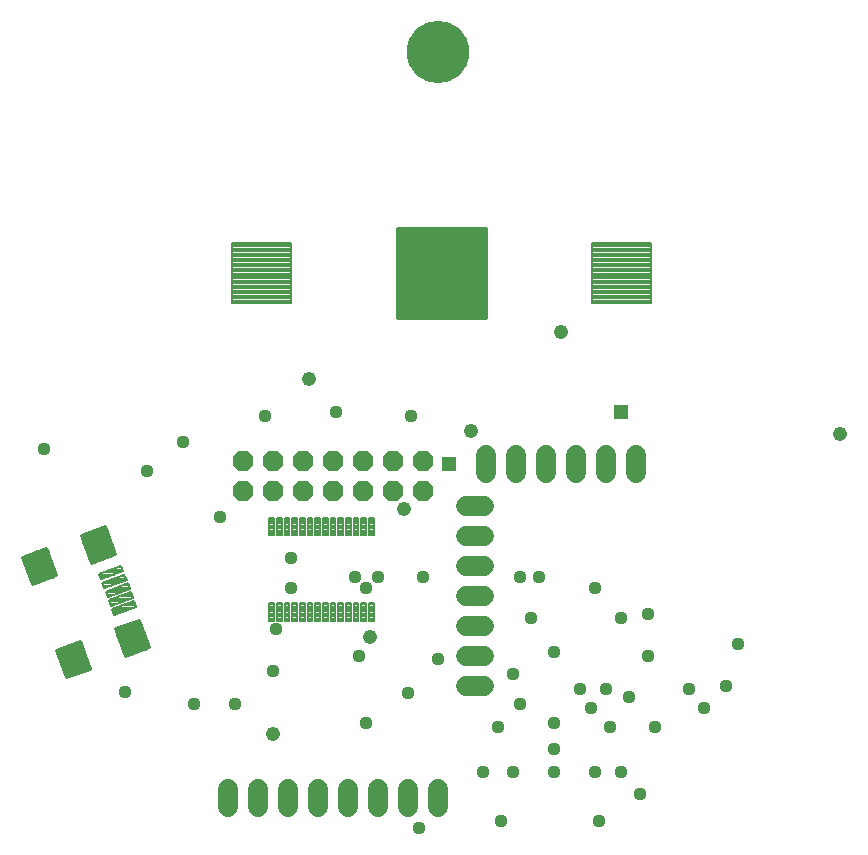
<source format=gbs>
G75*
G70*
%OFA0B0*%
%FSLAX24Y24*%
%IPPOS*%
%LPD*%
%AMOC8*
5,1,8,0,0,1.08239X$1,22.5*
%
%ADD10C,0.2080*%
%ADD11C,0.0680*%
%ADD12OC8,0.0680*%
%ADD13C,0.0081*%
%ADD14C,0.0085*%
%ADD15C,0.0080*%
%ADD16C,0.0083*%
%ADD17C,0.0092*%
%ADD18C,0.0437*%
%ADD19R,0.0476X0.0476*%
%ADD20C,0.0476*%
D10*
X015556Y028965D03*
D11*
X017181Y015515D02*
X017181Y014915D01*
X017106Y013840D02*
X016506Y013840D01*
X016506Y012840D02*
X017106Y012840D01*
X017106Y011840D02*
X016506Y011840D01*
X016506Y010840D02*
X017106Y010840D01*
X017106Y009840D02*
X016506Y009840D01*
X016506Y008840D02*
X017106Y008840D01*
X017106Y007840D02*
X016506Y007840D01*
X015556Y004390D02*
X015556Y003790D01*
X014556Y003790D02*
X014556Y004390D01*
X013556Y004390D02*
X013556Y003790D01*
X012556Y003790D02*
X012556Y004390D01*
X011556Y004390D02*
X011556Y003790D01*
X010556Y003790D02*
X010556Y004390D01*
X009556Y004390D02*
X009556Y003790D01*
X008556Y003790D02*
X008556Y004390D01*
X018181Y014915D02*
X018181Y015515D01*
X019181Y015515D02*
X019181Y014915D01*
X020181Y014915D02*
X020181Y015515D01*
X021181Y015515D02*
X021181Y014915D01*
X022181Y014915D02*
X022181Y015515D01*
D12*
X015056Y015340D03*
X015056Y014340D03*
X014056Y014340D03*
X013056Y014340D03*
X012056Y014340D03*
X011056Y014340D03*
X010056Y014340D03*
X009056Y014340D03*
X009056Y015340D03*
X010056Y015340D03*
X011056Y015340D03*
X012056Y015340D03*
X013056Y015340D03*
X014056Y015340D03*
D13*
X013422Y013438D02*
X013266Y013438D01*
X013422Y013438D02*
X013422Y012848D01*
X013266Y012848D01*
X013266Y013438D01*
X013266Y012928D02*
X013422Y012928D01*
X013422Y013008D02*
X013266Y013008D01*
X013266Y013088D02*
X013422Y013088D01*
X013422Y013168D02*
X013266Y013168D01*
X013266Y013248D02*
X013422Y013248D01*
X013422Y013328D02*
X013266Y013328D01*
X013266Y013408D02*
X013422Y013408D01*
X013166Y013438D02*
X013010Y013438D01*
X013166Y013438D02*
X013166Y012848D01*
X013010Y012848D01*
X013010Y013438D01*
X013010Y012928D02*
X013166Y012928D01*
X013166Y013008D02*
X013010Y013008D01*
X013010Y013088D02*
X013166Y013088D01*
X013166Y013168D02*
X013010Y013168D01*
X013010Y013248D02*
X013166Y013248D01*
X013166Y013328D02*
X013010Y013328D01*
X013010Y013408D02*
X013166Y013408D01*
X012910Y013438D02*
X012754Y013438D01*
X012910Y013438D02*
X012910Y012848D01*
X012754Y012848D01*
X012754Y013438D01*
X012754Y012928D02*
X012910Y012928D01*
X012910Y013008D02*
X012754Y013008D01*
X012754Y013088D02*
X012910Y013088D01*
X012910Y013168D02*
X012754Y013168D01*
X012754Y013248D02*
X012910Y013248D01*
X012910Y013328D02*
X012754Y013328D01*
X012754Y013408D02*
X012910Y013408D01*
X012654Y013438D02*
X012498Y013438D01*
X012654Y013438D02*
X012654Y012848D01*
X012498Y012848D01*
X012498Y013438D01*
X012498Y012928D02*
X012654Y012928D01*
X012654Y013008D02*
X012498Y013008D01*
X012498Y013088D02*
X012654Y013088D01*
X012654Y013168D02*
X012498Y013168D01*
X012498Y013248D02*
X012654Y013248D01*
X012654Y013328D02*
X012498Y013328D01*
X012498Y013408D02*
X012654Y013408D01*
X012399Y013438D02*
X012243Y013438D01*
X012399Y013438D02*
X012399Y012848D01*
X012243Y012848D01*
X012243Y013438D01*
X012243Y012928D02*
X012399Y012928D01*
X012399Y013008D02*
X012243Y013008D01*
X012243Y013088D02*
X012399Y013088D01*
X012399Y013168D02*
X012243Y013168D01*
X012243Y013248D02*
X012399Y013248D01*
X012399Y013328D02*
X012243Y013328D01*
X012243Y013408D02*
X012399Y013408D01*
X012143Y013438D02*
X011987Y013438D01*
X012143Y013438D02*
X012143Y012848D01*
X011987Y012848D01*
X011987Y013438D01*
X011987Y012928D02*
X012143Y012928D01*
X012143Y013008D02*
X011987Y013008D01*
X011987Y013088D02*
X012143Y013088D01*
X012143Y013168D02*
X011987Y013168D01*
X011987Y013248D02*
X012143Y013248D01*
X012143Y013328D02*
X011987Y013328D01*
X011987Y013408D02*
X012143Y013408D01*
X011887Y013438D02*
X011731Y013438D01*
X011887Y013438D02*
X011887Y012848D01*
X011731Y012848D01*
X011731Y013438D01*
X011731Y012928D02*
X011887Y012928D01*
X011887Y013008D02*
X011731Y013008D01*
X011731Y013088D02*
X011887Y013088D01*
X011887Y013168D02*
X011731Y013168D01*
X011731Y013248D02*
X011887Y013248D01*
X011887Y013328D02*
X011731Y013328D01*
X011731Y013408D02*
X011887Y013408D01*
X011631Y013438D02*
X011475Y013438D01*
X011631Y013438D02*
X011631Y012848D01*
X011475Y012848D01*
X011475Y013438D01*
X011475Y012928D02*
X011631Y012928D01*
X011631Y013008D02*
X011475Y013008D01*
X011475Y013088D02*
X011631Y013088D01*
X011631Y013168D02*
X011475Y013168D01*
X011475Y013248D02*
X011631Y013248D01*
X011631Y013328D02*
X011475Y013328D01*
X011475Y013408D02*
X011631Y013408D01*
X011375Y013438D02*
X011219Y013438D01*
X011375Y013438D02*
X011375Y012848D01*
X011219Y012848D01*
X011219Y013438D01*
X011219Y012928D02*
X011375Y012928D01*
X011375Y013008D02*
X011219Y013008D01*
X011219Y013088D02*
X011375Y013088D01*
X011375Y013168D02*
X011219Y013168D01*
X011219Y013248D02*
X011375Y013248D01*
X011375Y013328D02*
X011219Y013328D01*
X011219Y013408D02*
X011375Y013408D01*
X011119Y013438D02*
X010963Y013438D01*
X011119Y013438D02*
X011119Y012848D01*
X010963Y012848D01*
X010963Y013438D01*
X010963Y012928D02*
X011119Y012928D01*
X011119Y013008D02*
X010963Y013008D01*
X010963Y013088D02*
X011119Y013088D01*
X011119Y013168D02*
X010963Y013168D01*
X010963Y013248D02*
X011119Y013248D01*
X011119Y013328D02*
X010963Y013328D01*
X010963Y013408D02*
X011119Y013408D01*
X010863Y013438D02*
X010707Y013438D01*
X010863Y013438D02*
X010863Y012848D01*
X010707Y012848D01*
X010707Y013438D01*
X010707Y012928D02*
X010863Y012928D01*
X010863Y013008D02*
X010707Y013008D01*
X010707Y013088D02*
X010863Y013088D01*
X010863Y013168D02*
X010707Y013168D01*
X010707Y013248D02*
X010863Y013248D01*
X010863Y013328D02*
X010707Y013328D01*
X010707Y013408D02*
X010863Y013408D01*
X010607Y013438D02*
X010451Y013438D01*
X010607Y013438D02*
X010607Y012848D01*
X010451Y012848D01*
X010451Y013438D01*
X010451Y012928D02*
X010607Y012928D01*
X010607Y013008D02*
X010451Y013008D01*
X010451Y013088D02*
X010607Y013088D01*
X010607Y013168D02*
X010451Y013168D01*
X010451Y013248D02*
X010607Y013248D01*
X010607Y013328D02*
X010451Y013328D01*
X010451Y013408D02*
X010607Y013408D01*
X010351Y013438D02*
X010195Y013438D01*
X010351Y013438D02*
X010351Y012848D01*
X010195Y012848D01*
X010195Y013438D01*
X010195Y012928D02*
X010351Y012928D01*
X010351Y013008D02*
X010195Y013008D01*
X010195Y013088D02*
X010351Y013088D01*
X010351Y013168D02*
X010195Y013168D01*
X010195Y013248D02*
X010351Y013248D01*
X010351Y013328D02*
X010195Y013328D01*
X010195Y013408D02*
X010351Y013408D01*
X010095Y013438D02*
X009939Y013438D01*
X010095Y013438D02*
X010095Y012848D01*
X009939Y012848D01*
X009939Y013438D01*
X009939Y012928D02*
X010095Y012928D01*
X010095Y013008D02*
X009939Y013008D01*
X009939Y013088D02*
X010095Y013088D01*
X010095Y013168D02*
X009939Y013168D01*
X009939Y013248D02*
X010095Y013248D01*
X010095Y013328D02*
X009939Y013328D01*
X009939Y013408D02*
X010095Y013408D01*
X010095Y010583D02*
X009939Y010583D01*
X010095Y010583D02*
X010095Y009993D01*
X009939Y009993D01*
X009939Y010583D01*
X009939Y010073D02*
X010095Y010073D01*
X010095Y010153D02*
X009939Y010153D01*
X009939Y010233D02*
X010095Y010233D01*
X010095Y010313D02*
X009939Y010313D01*
X009939Y010393D02*
X010095Y010393D01*
X010095Y010473D02*
X009939Y010473D01*
X009939Y010553D02*
X010095Y010553D01*
X010195Y010583D02*
X010351Y010583D01*
X010351Y009993D01*
X010195Y009993D01*
X010195Y010583D01*
X010195Y010073D02*
X010351Y010073D01*
X010351Y010153D02*
X010195Y010153D01*
X010195Y010233D02*
X010351Y010233D01*
X010351Y010313D02*
X010195Y010313D01*
X010195Y010393D02*
X010351Y010393D01*
X010351Y010473D02*
X010195Y010473D01*
X010195Y010553D02*
X010351Y010553D01*
X010451Y010583D02*
X010607Y010583D01*
X010607Y009993D01*
X010451Y009993D01*
X010451Y010583D01*
X010451Y010073D02*
X010607Y010073D01*
X010607Y010153D02*
X010451Y010153D01*
X010451Y010233D02*
X010607Y010233D01*
X010607Y010313D02*
X010451Y010313D01*
X010451Y010393D02*
X010607Y010393D01*
X010607Y010473D02*
X010451Y010473D01*
X010451Y010553D02*
X010607Y010553D01*
X010707Y010583D02*
X010863Y010583D01*
X010863Y009993D01*
X010707Y009993D01*
X010707Y010583D01*
X010707Y010073D02*
X010863Y010073D01*
X010863Y010153D02*
X010707Y010153D01*
X010707Y010233D02*
X010863Y010233D01*
X010863Y010313D02*
X010707Y010313D01*
X010707Y010393D02*
X010863Y010393D01*
X010863Y010473D02*
X010707Y010473D01*
X010707Y010553D02*
X010863Y010553D01*
X010963Y010583D02*
X011119Y010583D01*
X011119Y009993D01*
X010963Y009993D01*
X010963Y010583D01*
X010963Y010073D02*
X011119Y010073D01*
X011119Y010153D02*
X010963Y010153D01*
X010963Y010233D02*
X011119Y010233D01*
X011119Y010313D02*
X010963Y010313D01*
X010963Y010393D02*
X011119Y010393D01*
X011119Y010473D02*
X010963Y010473D01*
X010963Y010553D02*
X011119Y010553D01*
X011219Y010583D02*
X011375Y010583D01*
X011375Y009993D01*
X011219Y009993D01*
X011219Y010583D01*
X011219Y010073D02*
X011375Y010073D01*
X011375Y010153D02*
X011219Y010153D01*
X011219Y010233D02*
X011375Y010233D01*
X011375Y010313D02*
X011219Y010313D01*
X011219Y010393D02*
X011375Y010393D01*
X011375Y010473D02*
X011219Y010473D01*
X011219Y010553D02*
X011375Y010553D01*
X011475Y010583D02*
X011631Y010583D01*
X011631Y009993D01*
X011475Y009993D01*
X011475Y010583D01*
X011475Y010073D02*
X011631Y010073D01*
X011631Y010153D02*
X011475Y010153D01*
X011475Y010233D02*
X011631Y010233D01*
X011631Y010313D02*
X011475Y010313D01*
X011475Y010393D02*
X011631Y010393D01*
X011631Y010473D02*
X011475Y010473D01*
X011475Y010553D02*
X011631Y010553D01*
X011731Y010583D02*
X011887Y010583D01*
X011887Y009993D01*
X011731Y009993D01*
X011731Y010583D01*
X011731Y010073D02*
X011887Y010073D01*
X011887Y010153D02*
X011731Y010153D01*
X011731Y010233D02*
X011887Y010233D01*
X011887Y010313D02*
X011731Y010313D01*
X011731Y010393D02*
X011887Y010393D01*
X011887Y010473D02*
X011731Y010473D01*
X011731Y010553D02*
X011887Y010553D01*
X011987Y010583D02*
X012143Y010583D01*
X012143Y009993D01*
X011987Y009993D01*
X011987Y010583D01*
X011987Y010073D02*
X012143Y010073D01*
X012143Y010153D02*
X011987Y010153D01*
X011987Y010233D02*
X012143Y010233D01*
X012143Y010313D02*
X011987Y010313D01*
X011987Y010393D02*
X012143Y010393D01*
X012143Y010473D02*
X011987Y010473D01*
X011987Y010553D02*
X012143Y010553D01*
X012243Y010583D02*
X012399Y010583D01*
X012399Y009993D01*
X012243Y009993D01*
X012243Y010583D01*
X012243Y010073D02*
X012399Y010073D01*
X012399Y010153D02*
X012243Y010153D01*
X012243Y010233D02*
X012399Y010233D01*
X012399Y010313D02*
X012243Y010313D01*
X012243Y010393D02*
X012399Y010393D01*
X012399Y010473D02*
X012243Y010473D01*
X012243Y010553D02*
X012399Y010553D01*
X012498Y010583D02*
X012654Y010583D01*
X012654Y009993D01*
X012498Y009993D01*
X012498Y010583D01*
X012498Y010073D02*
X012654Y010073D01*
X012654Y010153D02*
X012498Y010153D01*
X012498Y010233D02*
X012654Y010233D01*
X012654Y010313D02*
X012498Y010313D01*
X012498Y010393D02*
X012654Y010393D01*
X012654Y010473D02*
X012498Y010473D01*
X012498Y010553D02*
X012654Y010553D01*
X012754Y010583D02*
X012910Y010583D01*
X012910Y009993D01*
X012754Y009993D01*
X012754Y010583D01*
X012754Y010073D02*
X012910Y010073D01*
X012910Y010153D02*
X012754Y010153D01*
X012754Y010233D02*
X012910Y010233D01*
X012910Y010313D02*
X012754Y010313D01*
X012754Y010393D02*
X012910Y010393D01*
X012910Y010473D02*
X012754Y010473D01*
X012754Y010553D02*
X012910Y010553D01*
X013010Y010583D02*
X013166Y010583D01*
X013166Y009993D01*
X013010Y009993D01*
X013010Y010583D01*
X013010Y010073D02*
X013166Y010073D01*
X013166Y010153D02*
X013010Y010153D01*
X013010Y010233D02*
X013166Y010233D01*
X013166Y010313D02*
X013010Y010313D01*
X013010Y010393D02*
X013166Y010393D01*
X013166Y010473D02*
X013010Y010473D01*
X013010Y010553D02*
X013166Y010553D01*
X013266Y010583D02*
X013422Y010583D01*
X013422Y009993D01*
X013266Y009993D01*
X013266Y010583D01*
X013266Y010073D02*
X013422Y010073D01*
X013422Y010153D02*
X013266Y010153D01*
X013266Y010233D02*
X013422Y010233D01*
X013422Y010313D02*
X013266Y010313D01*
X013266Y010393D02*
X013422Y010393D01*
X013422Y010473D02*
X013266Y010473D01*
X013266Y010553D02*
X013422Y010553D01*
D14*
X005933Y009118D02*
X005124Y008824D01*
X004789Y009744D01*
X005598Y010038D01*
X005933Y009118D01*
X005355Y008908D02*
X005093Y008908D01*
X005063Y008992D02*
X005586Y008992D01*
X005817Y009076D02*
X005032Y009076D01*
X005002Y009160D02*
X005918Y009160D01*
X005887Y009244D02*
X004971Y009244D01*
X004940Y009328D02*
X005857Y009328D01*
X005826Y009412D02*
X004910Y009412D01*
X004879Y009496D02*
X005795Y009496D01*
X005765Y009580D02*
X004849Y009580D01*
X004818Y009664D02*
X005734Y009664D01*
X005704Y009748D02*
X004800Y009748D01*
X005031Y009832D02*
X005673Y009832D01*
X005642Y009916D02*
X005262Y009916D01*
X005493Y010000D02*
X005612Y010000D01*
X003972Y008404D02*
X003163Y008110D01*
X002828Y009030D01*
X003637Y009324D01*
X003972Y008404D01*
X003394Y008194D02*
X003132Y008194D01*
X003102Y008278D02*
X003625Y008278D01*
X003856Y008362D02*
X003071Y008362D01*
X003041Y008446D02*
X003957Y008446D01*
X003926Y008530D02*
X003010Y008530D01*
X002979Y008614D02*
X003896Y008614D01*
X003865Y008698D02*
X002949Y008698D01*
X002918Y008782D02*
X003834Y008782D01*
X003804Y008866D02*
X002888Y008866D01*
X002857Y008950D02*
X003773Y008950D01*
X003743Y009034D02*
X002839Y009034D01*
X003070Y009118D02*
X003712Y009118D01*
X003681Y009202D02*
X003301Y009202D01*
X003532Y009286D02*
X003651Y009286D01*
X002841Y011512D02*
X002032Y011218D01*
X001697Y012138D01*
X002506Y012432D01*
X002841Y011512D01*
X002263Y011302D02*
X002001Y011302D01*
X001971Y011386D02*
X002494Y011386D01*
X002725Y011470D02*
X001940Y011470D01*
X001910Y011554D02*
X002826Y011554D01*
X002795Y011638D02*
X001879Y011638D01*
X001848Y011722D02*
X002765Y011722D01*
X002734Y011806D02*
X001818Y011806D01*
X001787Y011890D02*
X002703Y011890D01*
X002673Y011974D02*
X001757Y011974D01*
X001726Y012058D02*
X002642Y012058D01*
X002612Y012142D02*
X001708Y012142D01*
X001939Y012226D02*
X002581Y012226D01*
X002550Y012310D02*
X002170Y012310D01*
X002401Y012394D02*
X002520Y012394D01*
X003993Y011932D02*
X004802Y012226D01*
X003993Y011932D02*
X003658Y012852D01*
X004467Y013146D01*
X004802Y012226D01*
X004224Y012016D02*
X003962Y012016D01*
X003932Y012100D02*
X004455Y012100D01*
X004686Y012184D02*
X003901Y012184D01*
X003871Y012268D02*
X004787Y012268D01*
X004756Y012352D02*
X003840Y012352D01*
X003809Y012436D02*
X004726Y012436D01*
X004695Y012520D02*
X003779Y012520D01*
X003748Y012604D02*
X004664Y012604D01*
X004634Y012688D02*
X003718Y012688D01*
X003687Y012772D02*
X004603Y012772D01*
X004573Y012856D02*
X003669Y012856D01*
X003900Y012940D02*
X004542Y012940D01*
X004511Y013024D02*
X004131Y013024D01*
X004362Y013108D02*
X004481Y013108D01*
D15*
X005075Y011652D02*
X004338Y011384D01*
X004271Y011568D01*
X005008Y011836D01*
X005075Y011652D01*
X004555Y011463D02*
X004309Y011463D01*
X004280Y011542D02*
X004772Y011542D01*
X004990Y011621D02*
X004417Y011621D01*
X004634Y011700D02*
X005058Y011700D01*
X005029Y011779D02*
X004851Y011779D01*
X005182Y011356D02*
X004445Y011088D01*
X004378Y011272D01*
X005115Y011540D01*
X005182Y011356D01*
X004662Y011167D02*
X004416Y011167D01*
X004387Y011246D02*
X004879Y011246D01*
X005097Y011325D02*
X004524Y011325D01*
X004741Y011404D02*
X005165Y011404D01*
X005136Y011483D02*
X004958Y011483D01*
X005290Y011060D02*
X004553Y010792D01*
X004486Y010976D01*
X005223Y011244D01*
X005290Y011060D01*
X004770Y010871D02*
X004524Y010871D01*
X004495Y010950D02*
X004987Y010950D01*
X005205Y011029D02*
X004632Y011029D01*
X004849Y011108D02*
X005273Y011108D01*
X005244Y011187D02*
X005066Y011187D01*
X005398Y010764D02*
X004661Y010496D01*
X004594Y010680D01*
X005331Y010948D01*
X005398Y010764D01*
X004878Y010575D02*
X004632Y010575D01*
X004603Y010654D02*
X005095Y010654D01*
X005313Y010733D02*
X004740Y010733D01*
X004957Y010812D02*
X005381Y010812D01*
X005352Y010891D02*
X005174Y010891D01*
X005506Y010468D02*
X004769Y010200D01*
X004702Y010384D01*
X005439Y010652D01*
X005506Y010468D01*
X004986Y010279D02*
X004740Y010279D01*
X004711Y010358D02*
X005203Y010358D01*
X005421Y010437D02*
X004848Y010437D01*
X005065Y010516D02*
X005489Y010516D01*
X005460Y010595D02*
X005282Y010595D01*
D16*
X008682Y022589D02*
X010680Y022589D01*
X010680Y020591D01*
X008682Y020591D01*
X008682Y022589D01*
X008682Y020673D02*
X010680Y020673D01*
X010680Y020755D02*
X008682Y020755D01*
X008682Y020837D02*
X010680Y020837D01*
X010680Y020919D02*
X008682Y020919D01*
X008682Y021001D02*
X010680Y021001D01*
X010680Y021083D02*
X008682Y021083D01*
X008682Y021165D02*
X010680Y021165D01*
X010680Y021247D02*
X008682Y021247D01*
X008682Y021329D02*
X010680Y021329D01*
X010680Y021411D02*
X008682Y021411D01*
X008682Y021493D02*
X010680Y021493D01*
X010680Y021575D02*
X008682Y021575D01*
X008682Y021657D02*
X010680Y021657D01*
X010680Y021739D02*
X008682Y021739D01*
X008682Y021821D02*
X010680Y021821D01*
X010680Y021903D02*
X008682Y021903D01*
X008682Y021985D02*
X010680Y021985D01*
X010680Y022067D02*
X008682Y022067D01*
X008682Y022149D02*
X010680Y022149D01*
X010680Y022231D02*
X008682Y022231D01*
X008682Y022313D02*
X010680Y022313D01*
X010680Y022395D02*
X008682Y022395D01*
X008682Y022477D02*
X010680Y022477D01*
X010680Y022559D02*
X008682Y022559D01*
X020682Y022589D02*
X022680Y022589D01*
X022680Y020591D01*
X020682Y020591D01*
X020682Y022589D01*
X020682Y020673D02*
X022680Y020673D01*
X022680Y020755D02*
X020682Y020755D01*
X020682Y020837D02*
X022680Y020837D01*
X022680Y020919D02*
X020682Y020919D01*
X020682Y021001D02*
X022680Y021001D01*
X022680Y021083D02*
X020682Y021083D01*
X020682Y021165D02*
X022680Y021165D01*
X022680Y021247D02*
X020682Y021247D01*
X020682Y021329D02*
X022680Y021329D01*
X022680Y021411D02*
X020682Y021411D01*
X020682Y021493D02*
X022680Y021493D01*
X022680Y021575D02*
X020682Y021575D01*
X020682Y021657D02*
X022680Y021657D01*
X022680Y021739D02*
X020682Y021739D01*
X020682Y021821D02*
X022680Y021821D01*
X022680Y021903D02*
X020682Y021903D01*
X020682Y021985D02*
X022680Y021985D01*
X022680Y022067D02*
X020682Y022067D01*
X020682Y022149D02*
X022680Y022149D01*
X022680Y022231D02*
X020682Y022231D01*
X020682Y022313D02*
X022680Y022313D01*
X022680Y022395D02*
X020682Y022395D01*
X020682Y022477D02*
X022680Y022477D01*
X022680Y022559D02*
X020682Y022559D01*
D17*
X017175Y023084D02*
X014187Y023084D01*
X017175Y023084D02*
X017175Y020096D01*
X014187Y020096D01*
X014187Y023084D01*
X014187Y020187D02*
X017175Y020187D01*
X017175Y020278D02*
X014187Y020278D01*
X014187Y020369D02*
X017175Y020369D01*
X017175Y020460D02*
X014187Y020460D01*
X014187Y020551D02*
X017175Y020551D01*
X017175Y020642D02*
X014187Y020642D01*
X014187Y020733D02*
X017175Y020733D01*
X017175Y020824D02*
X014187Y020824D01*
X014187Y020915D02*
X017175Y020915D01*
X017175Y021006D02*
X014187Y021006D01*
X014187Y021097D02*
X017175Y021097D01*
X017175Y021188D02*
X014187Y021188D01*
X014187Y021279D02*
X017175Y021279D01*
X017175Y021370D02*
X014187Y021370D01*
X014187Y021461D02*
X017175Y021461D01*
X017175Y021552D02*
X014187Y021552D01*
X014187Y021643D02*
X017175Y021643D01*
X017175Y021734D02*
X014187Y021734D01*
X014187Y021825D02*
X017175Y021825D01*
X017175Y021916D02*
X014187Y021916D01*
X014187Y022007D02*
X017175Y022007D01*
X017175Y022098D02*
X014187Y022098D01*
X014187Y022189D02*
X017175Y022189D01*
X017175Y022280D02*
X014187Y022280D01*
X014187Y022371D02*
X017175Y022371D01*
X017175Y022462D02*
X014187Y022462D01*
X014187Y022553D02*
X017175Y022553D01*
X017175Y022644D02*
X014187Y022644D01*
X014187Y022735D02*
X017175Y022735D01*
X017175Y022826D02*
X014187Y022826D01*
X014187Y022917D02*
X017175Y022917D01*
X017175Y023008D02*
X014187Y023008D01*
D18*
X005139Y007615D03*
X007431Y007215D03*
X008806Y007215D03*
X010056Y008340D03*
X010181Y009715D03*
X010681Y011090D03*
X010681Y012085D03*
X012806Y011465D03*
X013181Y011090D03*
X013556Y011465D03*
X015056Y011465D03*
X015556Y008715D03*
X014556Y007590D03*
X013181Y006590D03*
X012931Y008840D03*
X017056Y004965D03*
X018056Y004965D03*
X019431Y004965D03*
X019431Y005715D03*
X019431Y006590D03*
X018306Y007215D03*
X017556Y006465D03*
X018056Y008215D03*
X019431Y008965D03*
X018681Y010090D03*
X018931Y011465D03*
X018306Y011465D03*
X020806Y011090D03*
X021681Y010090D03*
X022556Y010215D03*
X022556Y008840D03*
X021931Y007465D03*
X021181Y007715D03*
X020681Y007090D03*
X020306Y007715D03*
X021306Y006465D03*
X022806Y006465D03*
X023931Y007715D03*
X024431Y007090D03*
X025181Y007840D03*
X025556Y009215D03*
X021681Y004965D03*
X020806Y004965D03*
X022306Y004215D03*
X020931Y003340D03*
X017681Y003340D03*
X014931Y003090D03*
X008306Y013465D03*
X005872Y014990D03*
X007056Y015965D03*
X009806Y016840D03*
X012181Y016965D03*
X014681Y016840D03*
X002447Y015715D03*
D19*
X015931Y015215D03*
X021681Y016965D03*
D20*
X019679Y019638D03*
X016681Y016340D03*
X014431Y013715D03*
X013306Y009465D03*
X010056Y006215D03*
X011280Y018072D03*
X028978Y016239D03*
M02*

</source>
